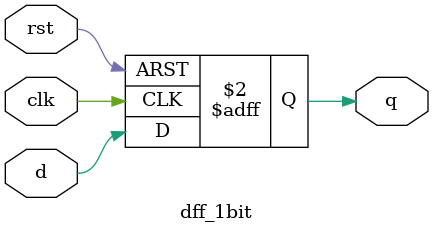
<source format=sv>
`timescale 1ns / 1ps


module dff_1bit(input clk,
                input rst,
                input d,
                output logic q
    );

    always_ff @(posedge clk, posedge rst) begin
        if (rst) begin
            q <= 1'b0;
        end else begin
            q <= d;
        end
    end
endmodule

</source>
